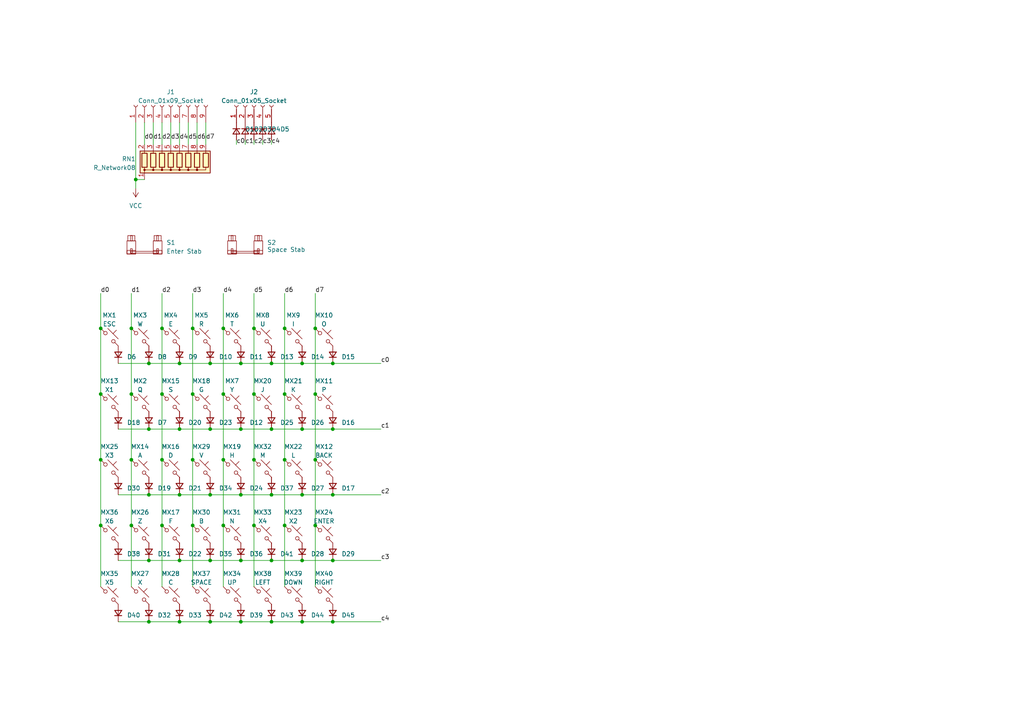
<source format=kicad_sch>
(kicad_sch (version 20230121) (generator eeschema)
  (paper "A4")
  (lib_symbols
    (symbol "Connector:Conn_01x05_Socket" (pin_names (offset 1.016) hide)
      (property "Reference" "J" (at 0 7.62 0))
      (property "Value" "Conn_01x05_Socket" (at 0 -7.62 0))
      (symbol "Conn_01x05_Socket_1_1"
        (arc (start 0 -4.572) (mid -0.5058 -5.08) (end 0 -5.588) (stroke (width 0.1524)))
        (arc (start 0 -2.032) (mid -0.5058 -2.54) (end 0 -3.048) (stroke (width 0.1524)))
        (polyline (pts (xy -1.27 -5.08) (xy -0.508 -5.08)) (stroke (width 0.1524)))
        (polyline (pts (xy -1.27 -2.54) (xy -0.508 -2.54)) (stroke (width 0.1524)))
        (polyline (pts (xy -1.27 0) (xy -0.508 0)) (stroke (width 0.1524)))
        (polyline (pts (xy -1.27 2.54) (xy -0.508 2.54)) (stroke (width 0.1524)))
        (polyline (pts (xy -1.27 5.08) (xy -0.508 5.08)) (stroke (width 0.1524)))
        (arc (start 0 0.508) (mid -0.5058 0) (end 0 -0.508) (stroke (width 0.1524)))
        (arc (start 0 3.048) (mid -0.5058 2.54) (end 0 2.032) (stroke (width 0.1524)))
        (arc (start 0 5.588) (mid -0.5058 5.08) (end 0 4.572) (stroke (width 0.1524)))
        (pin passive line (at -5.08 5.08 0) (length 3.81) (name "Pin_1") (number "1"))
        (pin passive line (at -5.08 2.54 0) (length 3.81) (name "Pin_2") (number "2"))
        (pin passive line (at -5.08 0 0) (length 3.81) (name "Pin_3") (number "3"))
        (pin passive line (at -5.08 -2.54 0) (length 3.81) (name "Pin_4") (number "4"))
        (pin passive line (at -5.08 -5.08 0) (length 3.81) (name "Pin_5") (number "5"))
      )
    )
    (symbol "Connector:Conn_01x09_Socket" (pin_names (offset 1.016) hide)
      (property "Reference" "J" (at 0 12.7 0))
      (property "Value" "Conn_01x09_Socket" (at 0 -12.7 0))
      (symbol "Conn_01x09_Socket_1_1"
        (arc (start 0 -9.652) (mid -0.5058 -10.16) (end 0 -10.668) (stroke (width 0.1524)))
        (arc (start 0 -7.112) (mid -0.5058 -7.62) (end 0 -8.128) (stroke (width 0.1524)))
        (arc (start 0 -4.572) (mid -0.5058 -5.08) (end 0 -5.588) (stroke (width 0.1524)))
        (arc (start 0 -2.032) (mid -0.5058 -2.54) (end 0 -3.048) (stroke (width 0.1524)))
        (polyline (pts (xy -1.27 -10.16) (xy -0.508 -10.16)) (stroke (width 0.1524)))
        (polyline (pts (xy -1.27 -7.62) (xy -0.508 -7.62)) (stroke (width 0.1524)))
        (polyline (pts (xy -1.27 -5.08) (xy -0.508 -5.08)) (stroke (width 0.1524)))
        (polyline (pts (xy -1.27 -2.54) (xy -0.508 -2.54)) (stroke (width 0.1524)))
        (polyline (pts (xy -1.27 0) (xy -0.508 0)) (stroke (width 0.1524)))
        (polyline (pts (xy -1.27 2.54) (xy -0.508 2.54)) (stroke (width 0.1524)))
        (polyline (pts (xy -1.27 5.08) (xy -0.508 5.08)) (stroke (width 0.1524)))
        (polyline (pts (xy -1.27 7.62) (xy -0.508 7.62)) (stroke (width 0.1524)))
        (polyline (pts (xy -1.27 10.16) (xy -0.508 10.16)) (stroke (width 0.1524)))
        (arc (start 0 0.508) (mid -0.5058 0) (end 0 -0.508) (stroke (width 0.1524)))
        (arc (start 0 3.048) (mid -0.5058 2.54) (end 0 2.032) (stroke (width 0.1524)))
        (arc (start 0 5.588) (mid -0.5058 5.08) (end 0 4.572) (stroke (width 0.1524)))
        (arc (start 0 8.128) (mid -0.5058 7.62) (end 0 7.112) (stroke (width 0.1524)))
        (arc (start 0 10.668) (mid -0.5058 10.16) (end 0 9.652) (stroke (width 0.1524)))
        (pin passive line (at -5.08 10.16 0) (length 3.81) (name "Pin_1") (number "1"))
        (pin passive line (at -5.08 7.62 0) (length 3.81) (name "Pin_2") (number "2"))
        (pin passive line (at -5.08 5.08 0) (length 3.81) (name "Pin_3") (number "3"))
        (pin passive line (at -5.08 2.54 0) (length 3.81) (name "Pin_4") (number "4"))
        (pin passive line (at -5.08 0 0) (length 3.81) (name "Pin_5") (number "5"))
        (pin passive line (at -5.08 -2.54 0) (length 3.81) (name "Pin_6") (number "6"))
        (pin passive line (at -5.08 -5.08 0) (length 3.81) (name "Pin_7") (number "7"))
        (pin passive line (at -5.08 -7.62 0) (length 3.81) (name "Pin_8") (number "8"))
        (pin passive line (at -5.08 -10.16 0) (length 3.81) (name "Pin_9") (number "9"))
      )
    )
    (symbol "Device:D_Small" (pin_numbers hide) (pin_names (offset 0.254) hide)
      (property "Reference" "D" (at -1.27 2.032 0))
      (property "Value" "D_Small" (at -3.81 -2.032 0))
      (symbol "D_Small_0_1"
        (polyline (pts (xy -0.762 -1.016) (xy -0.762 1.016)) (stroke (width 0.254)))
        (polyline (pts (xy -0.762 0) (xy 0.762 0)))
        (polyline (pts (xy 0.762 -1.016) (xy -0.762 0) (xy 0.762 1.016) (xy 0.762 -1.016)) (stroke (width 0.254)))
      )
      (symbol "D_Small_1_1"
        (pin passive line (at -2.54 0 0) (length 1.778) (name "K") (number "1"))
        (pin passive line (at 2.54 0 180) (length 1.778) (name "A") (number "2"))
      )
    )
    (symbol "Device:R_Network08" (pin_names (offset 0) hide)
      (property "Reference" "RN" (at -12.7 0 90))
      (property "Value" "R_Network08" (at 10.16 0 90))
      (symbol "R_Network08_0_1"
        (rectangle (start -11.43 -3.175) (end 8.89 3.175) (stroke (width 0.254)) (fill (type background)))
        (rectangle (start -10.922 1.524) (end -9.398 -2.54) (stroke (width 0.254)))
        (circle (center -10.16 2.286) (radius 0.254) (fill (type outline)))
        (rectangle (start -8.382 1.524) (end -6.858 -2.54) (stroke (width 0.254)))
        (circle (center -7.62 2.286) (radius 0.254) (fill (type outline)))
        (rectangle (start -5.842 1.524) (end -4.318 -2.54) (stroke (width 0.254)))
        (circle (center -5.08 2.286) (radius 0.254) (fill (type outline)))
        (rectangle (start -3.302 1.524) (end -1.778 -2.54) (stroke (width 0.254)))
        (circle (center -2.54 2.286) (radius 0.254) (fill (type outline)))
        (rectangle (start -0.762 1.524) (end 0.762 -2.54) (stroke (width 0.254)))
        (polyline (pts (xy -10.16 -2.54) (xy -10.16 -3.81)))
        (polyline (pts (xy -7.62 -2.54) (xy -7.62 -3.81)))
        (polyline (pts (xy -5.08 -2.54) (xy -5.08 -3.81)))
        (polyline (pts (xy -2.54 -2.54) (xy -2.54 -3.81)))
        (polyline (pts (xy 0 -2.54) (xy 0 -3.81)))
        (polyline (pts (xy 2.54 -2.54) (xy 2.54 -3.81)))
        (polyline (pts (xy 5.08 -2.54) (xy 5.08 -3.81)))
        (polyline (pts (xy 7.62 -2.54) (xy 7.62 -3.81)))
        (polyline (pts (xy -10.16 1.524) (xy -10.16 2.286) (xy -7.62 2.286) (xy -7.62 1.524)))
        (polyline (pts (xy -7.62 1.524) (xy -7.62 2.286) (xy -5.08 2.286) (xy -5.08 1.524)))
        (polyline (pts (xy -5.08 1.524) (xy -5.08 2.286) (xy -2.54 2.286) (xy -2.54 1.524)))
        (polyline (pts (xy -2.54 1.524) (xy -2.54 2.286) (xy 0 2.286) (xy 0 1.524)))
        (polyline (pts (xy 0 1.524) (xy 0 2.286) (xy 2.54 2.286) (xy 2.54 1.524)))
        (polyline (pts (xy 2.54 1.524) (xy 2.54 2.286) (xy 5.08 2.286) (xy 5.08 1.524)))
        (polyline (pts (xy 5.08 1.524) (xy 5.08 2.286) (xy 7.62 2.286) (xy 7.62 1.524)))
        (circle (center 0 2.286) (radius 0.254) (fill (type outline)))
        (rectangle (start 1.778 1.524) (end 3.302 -2.54) (stroke (width 0.254)))
        (circle (center 2.54 2.286) (radius 0.254) (fill (type outline)))
        (rectangle (start 4.318 1.524) (end 5.842 -2.54) (stroke (width 0.254)))
        (circle (center 5.08 2.286) (radius 0.254) (fill (type outline)))
        (rectangle (start 6.858 1.524) (end 8.382 -2.54) (stroke (width 0.254)))
      )
      (symbol "R_Network08_1_1"
        (pin passive line (at -10.16 5.08 270) (length 2.54) (name "common") (number "1"))
        (pin passive line (at -10.16 -5.08 90) (length 1.27) (name "R1") (number "2"))
        (pin passive line (at -7.62 -5.08 90) (length 1.27) (name "R2") (number "3"))
        (pin passive line (at -5.08 -5.08 90) (length 1.27) (name "R3") (number "4"))
        (pin passive line (at -2.54 -5.08 90) (length 1.27) (name "R4") (number "5"))
        (pin passive line (at 0 -5.08 90) (length 1.27) (name "R5") (number "6"))
        (pin passive line (at 2.54 -5.08 90) (length 1.27) (name "R6") (number "7"))
        (pin passive line (at 5.08 -5.08 90) (length 1.27) (name "R7") (number "8"))
        (pin passive line (at 7.62 -5.08 90) (length 1.27) (name "R8") (number "9"))
      )
    )
    (symbol "PCM_marbastlib-mx:MX_SW_solder" (pin_numbers hide) (pin_names (offset 1.016) hide)
      (property "Reference" "MX" (at 3.048 1.016 0))
      (property "Value" "MX_SW_solder" (at 0 -3.81 0))
      (symbol "MX_SW_solder_0_1"
        (circle (center -1.1684 1.1684) (radius 0.508))
        (polyline (pts (xy -0.508 2.54) (xy 2.54 -0.508)))
        (polyline (pts (xy 1.016 1.016) (xy 2.032 2.032)))
        (polyline (pts (xy -2.54 2.54) (xy -1.524 1.524) (xy -1.524 1.524)))
        (polyline (pts (xy 1.524 -1.524) (xy 2.54 -2.54) (xy 2.54 -2.54) (xy 2.54 -2.54)))
        (circle (center 1.143 -1.1938) (radius 0.508))
        (pin passive line (at -2.54 2.54 0) (length 0) (name "1") (number "1"))
        (pin passive line (at 2.54 -2.54 180) (length 0) (name "2") (number "2"))
      )
    )
    (symbol "PCM_marbastlib-mx:MX_stab" (pin_names (offset 1.016))
      (property "Reference" "S" (at -5.08 6.35 0))
      (property "Value" "MX_stab" (at -5.08 3.81 0))
      (symbol "MX_stab_0_1"
        (rectangle (start -5.08 -1.524) (end -2.54 -2.54))
        (rectangle (start -5.08 1.27) (end -2.54 -2.54))
        (rectangle (start -4.826 2.794) (end -2.794 1.27))
        (rectangle (start -4.064 -2.286) (end -3.556 -1.016))
        (rectangle (start -4.064 -1.778) (end 4.064 -2.286))
        (rectangle (start -4.064 1.27) (end -3.556 2.794))
        (rectangle (start 2.54 -1.524) (end 5.08 -2.54))
        (rectangle (start 2.54 1.27) (end 5.08 -2.54))
        (rectangle (start 2.794 2.794) (end 4.826 1.27))
        (rectangle (start 3.556 1.27) (end 4.064 2.794))
        (rectangle (start 4.064 -2.286) (end 3.556 -1.016))
      )
    )
    (symbol "power:VCC" (power) (pin_names (offset 0))
      (property "Value" "VCC" (at 0 3.81 0))
      (symbol "VCC_0_1"
        (polyline (pts (xy -0.762 1.27) (xy 0 2.54)))
        (polyline (pts (xy 0 0) (xy 0 2.54)))
        (polyline (pts (xy 0 2.54) (xy 0.762 1.27)))
      )
      (symbol "VCC_1_1"
        (pin power_in line (at 0 0 90) (length 0) hide (name "VCC") (number "1"))
      )
    )
  )
  (junction (at 43.18 180.34))
  (junction (at 96.52 143.51))
  (junction (at 29.21 152.4))
  (junction (at 78.74 162.56))
  (junction (at 43.18 105.41))
  (junction (at 91.44 152.4))
  (junction (at 69.85 143.51))
  (junction (at 55.88 95.25))
  (junction (at 73.66 114.3))
  (junction (at 64.77 114.3))
  (junction (at 60.96 105.41))
  (junction (at 60.96 143.51))
  (junction (at 38.1 133.35))
  (junction (at 82.55 95.25))
  (junction (at 82.55 152.4))
  (junction (at 87.63 143.51))
  (junction (at 73.66 152.4))
  (junction (at 43.18 162.56))
  (junction (at 52.07 124.46))
  (junction (at 60.96 180.34))
  (junction (at 55.88 152.4))
  (junction (at 29.21 133.35))
  (junction (at 87.63 162.56))
  (junction (at 52.07 180.34))
  (junction (at 78.74 124.46))
  (junction (at 69.85 180.34))
  (junction (at 82.55 133.35))
  (junction (at 60.96 124.46))
  (junction (at 96.52 124.46))
  (junction (at 73.66 95.25))
  (junction (at 43.18 124.46))
  (junction (at 46.99 133.35))
  (junction (at 38.1 95.25))
  (junction (at 78.74 143.51))
  (junction (at 69.85 124.46))
  (junction (at 64.77 152.4))
  (junction (at 91.44 114.3))
  (junction (at 87.63 124.46))
  (junction (at 87.63 180.34))
  (junction (at 96.52 180.34))
  (junction (at 52.07 143.51))
  (junction (at 69.85 162.56))
  (junction (at 69.85 105.41))
  (junction (at 46.99 95.25))
  (junction (at 82.55 114.3))
  (junction (at 91.44 133.35))
  (junction (at 78.74 180.34))
  (junction (at 43.18 143.51))
  (junction (at 78.74 105.41))
  (junction (at 60.96 162.56))
  (junction (at 38.1 114.3))
  (junction (at 91.44 95.25))
  (junction (at 55.88 114.3))
  (junction (at 96.52 162.56))
  (junction (at 64.77 133.35))
  (junction (at 64.77 95.25))
  (junction (at 38.1 152.4))
  (junction (at 29.21 95.25))
  (junction (at 46.99 114.3))
  (junction (at 73.66 133.35))
  (junction (at 55.88 133.35))
  (junction (at 52.07 105.41))
  (junction (at 29.21 114.3))
  (junction (at 87.63 105.41))
  (junction (at 96.52 105.41))
  (junction (at 52.07 162.56))
  (junction (at 39.37 52.07))
  (junction (at 46.99 152.4))
  (wire (pts (xy 91.44 85.09) (xy 91.44 95.25)))
  (wire (pts (xy 38.1 152.4) (xy 38.1 170.18)))
  (wire (pts (xy 91.44 133.35) (xy 91.44 152.4)))
  (wire (pts (xy 60.96 180.34) (xy 69.85 180.34)))
  (wire (pts (xy 43.18 143.51) (xy 52.07 143.51)))
  (wire (pts (xy 39.37 52.07) (xy 41.91 52.07)))
  (wire (pts (xy 43.18 180.34) (xy 52.07 180.34)))
  (wire (pts (xy 52.07 124.46) (xy 60.96 124.46)))
  (wire (pts (xy 69.85 162.56) (xy 78.74 162.56)))
  (wire (pts (xy 55.88 133.35) (xy 55.88 152.4)))
  (wire (pts (xy 73.66 114.3) (xy 73.66 133.35)))
  (wire (pts (xy 76.2 41.91) (xy 76.2 40.64)))
  (wire (pts (xy 34.29 143.51) (xy 43.18 143.51)))
  (wire (pts (xy 29.21 95.25) (xy 29.21 114.3)))
  (wire (pts (xy 78.74 143.51) (xy 87.63 143.51)))
  (wire (pts (xy 43.18 105.41) (xy 52.07 105.41)))
  (wire (pts (xy 96.52 105.41) (xy 110.49 105.41)))
  (wire (pts (xy 52.07 35.56) (xy 52.07 41.91)))
  (wire (pts (xy 91.44 95.25) (xy 91.44 114.3)))
  (wire (pts (xy 73.66 133.35) (xy 73.66 152.4)))
  (wire (pts (xy 82.55 85.09) (xy 82.55 95.25)))
  (wire (pts (xy 96.52 143.51) (xy 110.49 143.51)))
  (wire (pts (xy 38.1 133.35) (xy 38.1 152.4)))
  (wire (pts (xy 82.55 114.3) (xy 82.55 133.35)))
  (wire (pts (xy 64.77 85.09) (xy 64.77 95.25)))
  (wire (pts (xy 91.44 152.4) (xy 91.44 170.18)))
  (wire (pts (xy 55.88 152.4) (xy 55.88 170.18)))
  (wire (pts (xy 46.99 152.4) (xy 46.99 170.18)))
  (wire (pts (xy 55.88 114.3) (xy 55.88 133.35)))
  (wire (pts (xy 87.63 162.56) (xy 96.52 162.56)))
  (wire (pts (xy 73.66 41.91) (xy 73.66 40.64)))
  (wire (pts (xy 38.1 95.25) (xy 38.1 114.3)))
  (wire (pts (xy 38.1 114.3) (xy 38.1 133.35)))
  (wire (pts (xy 64.77 152.4) (xy 64.77 170.18)))
  (wire (pts (xy 46.99 85.09) (xy 46.99 95.25)))
  (wire (pts (xy 73.66 95.25) (xy 73.66 114.3)))
  (wire (pts (xy 34.29 124.46) (xy 43.18 124.46)))
  (wire (pts (xy 78.74 124.46) (xy 87.63 124.46)))
  (wire (pts (xy 69.85 143.51) (xy 78.74 143.51)))
  (wire (pts (xy 52.07 180.34) (xy 60.96 180.34)))
  (wire (pts (xy 54.61 35.56) (xy 54.61 41.91)))
  (wire (pts (xy 46.99 95.25) (xy 46.99 114.3)))
  (wire (pts (xy 91.44 114.3) (xy 91.44 133.35)))
  (wire (pts (xy 87.63 124.46) (xy 96.52 124.46)))
  (wire (pts (xy 64.77 133.35) (xy 64.77 152.4)))
  (wire (pts (xy 78.74 41.91) (xy 78.74 40.64)))
  (wire (pts (xy 52.07 105.41) (xy 60.96 105.41)))
  (wire (pts (xy 73.66 85.09) (xy 73.66 95.25)))
  (wire (pts (xy 29.21 133.35) (xy 29.21 152.4)))
  (wire (pts (xy 96.52 124.46) (xy 110.49 124.46)))
  (wire (pts (xy 34.29 162.56) (xy 43.18 162.56)))
  (wire (pts (xy 57.15 35.56) (xy 57.15 41.91)))
  (wire (pts (xy 60.96 105.41) (xy 69.85 105.41)))
  (wire (pts (xy 78.74 180.34) (xy 87.63 180.34)))
  (wire (pts (xy 46.99 133.35) (xy 46.99 152.4)))
  (wire (pts (xy 55.88 95.25) (xy 55.88 114.3)))
  (wire (pts (xy 39.37 35.56) (xy 39.37 52.07)))
  (wire (pts (xy 96.52 180.34) (xy 110.49 180.34)))
  (wire (pts (xy 87.63 180.34) (xy 96.52 180.34)))
  (wire (pts (xy 71.12 41.91) (xy 71.12 40.64)))
  (wire (pts (xy 87.63 143.51) (xy 96.52 143.51)))
  (wire (pts (xy 78.74 162.56) (xy 87.63 162.56)))
  (wire (pts (xy 59.69 35.56) (xy 59.69 41.91)))
  (wire (pts (xy 60.96 143.51) (xy 69.85 143.51)))
  (wire (pts (xy 52.07 143.51) (xy 60.96 143.51)))
  (wire (pts (xy 39.37 52.07) (xy 39.37 54.61)))
  (wire (pts (xy 87.63 105.41) (xy 96.52 105.41)))
  (wire (pts (xy 46.99 35.56) (xy 46.99 41.91)))
  (wire (pts (xy 68.58 41.91) (xy 68.58 40.64)))
  (wire (pts (xy 43.18 124.46) (xy 52.07 124.46)))
  (wire (pts (xy 69.85 124.46) (xy 78.74 124.46)))
  (wire (pts (xy 34.29 105.41) (xy 43.18 105.41)))
  (wire (pts (xy 38.1 85.09) (xy 38.1 95.25)))
  (wire (pts (xy 64.77 114.3) (xy 64.77 133.35)))
  (wire (pts (xy 69.85 180.34) (xy 78.74 180.34)))
  (wire (pts (xy 60.96 162.56) (xy 69.85 162.56)))
  (wire (pts (xy 96.52 162.56) (xy 110.49 162.56)))
  (wire (pts (xy 52.07 162.56) (xy 60.96 162.56)))
  (wire (pts (xy 55.88 85.09) (xy 55.88 95.25)))
  (wire (pts (xy 78.74 105.41) (xy 87.63 105.41)))
  (wire (pts (xy 69.85 105.41) (xy 78.74 105.41)))
  (wire (pts (xy 41.91 35.56) (xy 41.91 41.91)))
  (wire (pts (xy 29.21 85.09) (xy 29.21 95.25)))
  (wire (pts (xy 29.21 152.4) (xy 29.21 170.18)))
  (wire (pts (xy 34.29 180.34) (xy 43.18 180.34)))
  (wire (pts (xy 29.21 114.3) (xy 29.21 133.35)))
  (wire (pts (xy 73.66 152.4) (xy 73.66 170.18)))
  (wire (pts (xy 60.96 124.46) (xy 69.85 124.46)))
  (wire (pts (xy 44.45 35.56) (xy 44.45 41.91)))
  (wire (pts (xy 82.55 95.25) (xy 82.55 114.3)))
  (wire (pts (xy 46.99 114.3) (xy 46.99 133.35)))
  (wire (pts (xy 43.18 162.56) (xy 52.07 162.56)))
  (wire (pts (xy 64.77 95.25) (xy 64.77 114.3)))
  (wire (pts (xy 82.55 133.35) (xy 82.55 152.4)))
  (wire (pts (xy 49.53 35.56) (xy 49.53 41.91)))
  (wire (pts (xy 82.55 152.4) (xy 82.55 170.18)))
  (label "d6" (at 82.55 85.09 0))
  (label "c3" (at 76.2 41.91 0))
  (label "c4" (at 110.49 180.34 0))
  (label "d0" (at 29.21 85.09 0))
  (label "d2" (at 46.99 85.09 0))
  (label "d4" (at 64.77 85.09 0))
  (label "c0" (at 68.58 41.91 0))
  (label "d4" (at 52.07 40.64 0))
  (label "d2" (at 46.99 40.64 0))
  (label "d5" (at 54.61 40.64 0))
  (label "d7" (at 59.69 40.64 0))
  (label "c1" (at 71.12 41.91 0))
  (label "d3" (at 49.53 40.64 0))
  (label "c2" (at 110.49 143.51 0))
  (label "c2" (at 73.66 41.91 0))
  (label "d7" (at 91.44 85.09 0))
  (label "d6" (at 57.15 40.64 0))
  (label "d1" (at 44.45 40.64 0))
  (label "c4" (at 78.74 41.91 0))
  (label "c1" (at 110.49 124.46 0))
  (label "c3" (at 110.49 162.56 0))
  (label "d3" (at 55.88 85.09 0))
  (label "d1" (at 38.1 85.09 0))
  (label "d5" (at 73.66 85.09 0))
  (label "d0" (at 41.91 40.64 0))
  (label "c0" (at 110.49 105.41 0))
  (symbol (lib_id "PCM_marbastlib-mx:MX_SW_solder") (at 49.53 135.89 0) (unit 1)
    (property "Reference" "MX16" (at 49.53 129.54 0))
    (property "Value" "D" (at 49.53 132.08 0))
    (property "Footprint" "PCM_marbastlib-mx:SW_MX_1u" (effects hide))
  )
  (symbol (lib_id "PCM_marbastlib-mx:MX_SW_solder") (at 49.53 116.84 0) (unit 1)
    (property "Reference" "MX15" (at 49.53 110.49 0))
    (property "Value" "S" (at 49.53 113.03 0))
    (property "Footprint" "PCM_marbastlib-mx:SW_MX_1u" (effects hide))
  )
  (symbol (lib_id "PCM_marbastlib-mx:MX_SW_solder") (at 76.2 135.89 0) (unit 1)
    (property "Reference" "MX32" (at 76.2 129.54 0))
    (property "Value" "M" (at 76.2 132.08 0))
    (property "Footprint" "PCM_marbastlib-mx:SW_MX_1u" (effects hide))
  )
  (symbol (lib_id "Device:D_Small") (at 69.85 102.87 90) (unit 1)
    (property "Reference" "D11" (at 72.39 103.505 90) (effects (justify right)))
    (property "Value" "D_Small" (effects hide))
    (property "Footprint" "Diode_THT:D_DO-34_SOD68_P7.62mm_Horizontal" (effects hide))
    (property "Sim.Device" "D" (effects hide))
    (property "Sim.Pins" "1=K 2=A" (effects hide))
  )
  (symbol (lib_id "Device:D_Small") (at 52.07 121.92 90) (unit 1)
    (property "Reference" "D20" (at 54.61 122.555 90) (effects (justify right)))
    (property "Value" "D_Small" (effects hide))
    (property "Footprint" "Diode_THT:D_DO-34_SOD68_P7.62mm_Horizontal" (effects hide))
    (property "Sim.Device" "D" (effects hide))
    (property "Sim.Pins" "1=K 2=A" (effects hide))
  )
  (symbol (lib_id "Device:D_Small") (at 71.12 38.1 270) (unit 1)
    (property "Reference" "D2" (at 73.66 37.465 90) (effects (justify left)))
    (property "Value" "D_Small" (effects hide))
    (property "Footprint" "Diode_THT:D_DO-34_SOD68_P7.62mm_Horizontal" (effects hide))
    (property "Sim.Device" "D" (effects hide))
    (property "Sim.Pins" "1=K 2=A" (effects hide))
  )
  (symbol (lib_id "Device:D_Small") (at 87.63 121.92 90) (unit 1)
    (property "Reference" "D26" (at 90.17 122.555 90) (effects (justify right)))
    (property "Value" "D_Small" (effects hide))
    (property "Footprint" "Diode_THT:D_DO-34_SOD68_P7.62mm_Horizontal" (effects hide))
    (property "Sim.Device" "D" (effects hide))
    (property "Sim.Pins" "1=K 2=A" (effects hide))
  )
  (symbol (lib_id "PCM_marbastlib-mx:MX_SW_solder") (at 40.64 172.72 0) (unit 1)
    (property "Reference" "MX27" (at 40.64 166.37 0))
    (property "Value" "X" (at 40.64 168.91 0))
    (property "Footprint" "PCM_marbastlib-mx:SW_MX_1u" (effects hide))
  )
  (symbol (lib_id "PCM_marbastlib-mx:MX_SW_solder") (at 58.42 154.94 0) (unit 1)
    (property "Reference" "MX30" (at 58.42 148.59 0))
    (property "Value" "B" (at 58.42 151.13 0))
    (property "Footprint" "PCM_marbastlib-mx:SW_MX_1u" (effects hide))
  )
  (symbol (lib_id "Device:D_Small") (at 73.66 38.1 270) (unit 1)
    (property "Reference" "D3" (at 76.2 37.465 90) (effects (justify left)))
    (property "Value" "D_Small" (effects hide))
    (property "Footprint" "Diode_THT:D_DO-34_SOD68_P7.62mm_Horizontal" (effects hide))
    (property "Sim.Device" "D" (effects hide))
    (property "Sim.Pins" "1=K 2=A" (effects hide))
  )
  (symbol (lib_id "Device:D_Small") (at 60.96 140.97 90) (unit 1)
    (property "Reference" "D34" (at 63.5 141.605 90) (effects (justify right)))
    (property "Value" "D_Small" (effects hide))
    (property "Footprint" "Diode_THT:D_DO-34_SOD68_P7.62mm_Horizontal" (effects hide))
    (property "Sim.Device" "D" (effects hide))
    (property "Sim.Pins" "1=K 2=A" (effects hide))
  )
  (symbol (lib_id "Device:D_Small") (at 43.18 177.8 90) (unit 1)
    (property "Reference" "D32" (at 45.72 178.435 90) (effects (justify right)))
    (property "Value" "D_Small" (effects hide))
    (property "Footprint" "Diode_THT:D_DO-34_SOD68_P7.62mm_Horizontal" (effects hide))
    (property "Sim.Device" "D" (effects hide))
    (property "Sim.Pins" "1=K 2=A" (effects hide))
  )
  (symbol (lib_id "Device:D_Small") (at 69.85 121.92 90) (unit 1)
    (property "Reference" "D12" (at 72.39 122.555 90) (effects (justify right)))
    (property "Value" "D_Small" (effects hide))
    (property "Footprint" "Diode_THT:D_DO-34_SOD68_P7.62mm_Horizontal" (effects hide))
    (property "Sim.Device" "D" (effects hide))
    (property "Sim.Pins" "1=K 2=A" (effects hide))
  )
  (symbol (lib_id "PCM_marbastlib-mx:MX_SW_solder") (at 76.2 97.79 0) (unit 1)
    (property "Reference" "MX8" (at 76.2 91.44 0))
    (property "Value" "U" (at 76.2 93.98 0))
    (property "Footprint" "PCM_marbastlib-mx:SW_MX_1u" (effects hide))
  )
  (symbol (lib_id "Device:D_Small") (at 52.07 160.02 90) (unit 1)
    (property "Reference" "D22" (at 54.61 160.655 90) (effects (justify right)))
    (property "Value" "D_Small" (effects hide))
    (property "Footprint" "Diode_THT:D_DO-34_SOD68_P7.62mm_Horizontal" (effects hide))
    (property "Sim.Device" "D" (effects hide))
    (property "Sim.Pins" "1=K 2=A" (effects hide))
  )
  (symbol (lib_id "Device:D_Small") (at 87.63 160.02 90) (unit 1)
    (property "Reference" "D28" (at 90.17 160.655 90) (effects (justify right)))
    (property "Value" "D_Small" (effects hide))
    (property "Footprint" "Diode_THT:D_DO-34_SOD68_P7.62mm_Horizontal" (effects hide))
    (property "Sim.Device" "D" (effects hide))
    (property "Sim.Pins" "1=K 2=A" (effects hide))
  )
  (symbol (lib_id "Device:D_Small") (at 60.96 102.87 90) (unit 1)
    (property "Reference" "D10" (at 63.5 103.505 90) (effects (justify right)))
    (property "Value" "D_Small" (effects hide))
    (property "Footprint" "Diode_THT:D_DO-34_SOD68_P7.62mm_Horizontal" (effects hide))
    (property "Sim.Device" "D" (effects hide))
    (property "Sim.Pins" "1=K 2=A" (effects hide))
  )
  (symbol (lib_id "Device:D_Small") (at 43.18 140.97 90) (unit 1)
    (property "Reference" "D19" (at 45.72 141.605 90) (effects (justify right)))
    (property "Value" "D_Small" (effects hide))
    (property "Footprint" "Diode_THT:D_DO-34_SOD68_P7.62mm_Horizontal" (effects hide))
    (property "Sim.Device" "D" (effects hide))
    (property "Sim.Pins" "1=K 2=A" (effects hide))
  )
  (symbol (lib_id "PCM_marbastlib-mx:MX_SW_solder") (at 76.2 172.72 0) (unit 1)
    (property "Reference" "MX38" (at 76.2 166.37 0))
    (property "Value" "LEFT" (at 76.2 168.91 0))
    (property "Footprint" "PCM_marbastlib-mx:SW_MX_1u" (effects hide))
  )
  (symbol (lib_id "PCM_marbastlib-mx:MX_stab") (at 41.91 71.12 0) (unit 1)
    (property "Reference" "S1" (at 48.26 70.358 0) (effects (justify left)))
    (property "Value" "Enter Stab" (at 48.26 72.898 0) (effects (justify left)))
    (property "Footprint" "PCM_marbastlib-mx:STAB_MX_2u" (effects hide))
  )
  (symbol (lib_id "PCM_marbastlib-mx:MX_SW_solder") (at 67.31 97.79 0) (unit 1)
    (property "Reference" "MX6" (at 67.31 91.44 0))
    (property "Value" "T" (at 67.31 93.98 0))
    (property "Footprint" "PCM_marbastlib-mx:SW_MX_1u" (effects hide))
  )
  (symbol (lib_id "PCM_marbastlib-mx:MX_SW_solder") (at 31.75 154.94 0) (unit 1)
    (property "Reference" "MX36" (at 31.75 148.59 0))
    (property "Value" "X6" (at 31.75 151.13 0))
    (property "Footprint" "PCM_marbastlib-mx:SW_MX_1.75u" (effects hide))
  )
  (symbol (lib_id "Device:D_Small") (at 69.85 140.97 90) (unit 1)
    (property "Reference" "D24" (at 72.39 141.605 90) (effects (justify right)))
    (property "Value" "D_Small" (effects hide))
    (property "Footprint" "Diode_THT:D_DO-34_SOD68_P7.62mm_Horizontal" (effects hide))
    (property "Sim.Device" "D" (effects hide))
    (property "Sim.Pins" "1=K 2=A" (effects hide))
  )
  (symbol (lib_id "PCM_marbastlib-mx:MX_SW_solder") (at 93.98 154.94 0) (unit 1)
    (property "Reference" "MX24" (at 93.98 148.59 0))
    (property "Value" "ENTER" (at 93.98 151.13 0))
    (property "Footprint" "PCM_marbastlib-mx:SW_MX_1u" (effects hide))
  )
  (symbol (lib_id "PCM_marbastlib-mx:MX_SW_solder") (at 31.75 172.72 0) (unit 1)
    (property "Reference" "MX35" (at 31.75 166.37 0))
    (property "Value" "X5" (at 31.75 168.91 0))
    (property "Footprint" "PCM_marbastlib-mx:SW_MX_1.25u" (effects hide))
  )
  (symbol (lib_id "Device:D_Small") (at 34.29 177.8 90) (unit 1)
    (property "Reference" "D40" (at 36.83 178.435 90) (effects (justify right)))
    (property "Value" "D_Small" (effects hide))
    (property "Footprint" "Diode_THT:D_DO-34_SOD68_P7.62mm_Horizontal" (effects hide))
    (property "Sim.Device" "D" (effects hide))
    (property "Sim.Pins" "1=K 2=A" (effects hide))
  )
  (symbol (lib_id "Device:D_Small") (at 78.74 121.92 90) (unit 1)
    (property "Reference" "D25" (at 81.28 122.555 90) (effects (justify right)))
    (property "Value" "D_Small" (effects hide))
    (property "Footprint" "Diode_THT:D_DO-34_SOD68_P7.62mm_Horizontal" (effects hide))
    (property "Sim.Device" "D" (effects hide))
    (property "Sim.Pins" "1=K 2=A" (effects hide))
  )
  (symbol (lib_id "Device:D_Small") (at 60.96 121.92 90) (unit 1)
    (property "Reference" "D23" (at 63.5 122.555 90) (effects (justify right)))
    (property "Value" "D_Small" (effects hide))
    (property "Footprint" "Diode_THT:D_DO-34_SOD68_P7.62mm_Horizontal" (effects hide))
    (property "Sim.Device" "D" (effects hide))
    (property "Sim.Pins" "1=K 2=A" (effects hide))
  )
  (symbol (lib_id "PCM_marbastlib-mx:MX_SW_solder") (at 58.42 97.79 0) (unit 1)
    (property "Reference" "MX5" (at 58.42 91.44 0))
    (property "Value" "R" (at 58.42 93.98 0))
    (property "Footprint" "PCM_marbastlib-mx:SW_MX_1u" (effects hide))
  )
  (symbol (lib_id "Device:D_Small") (at 69.85 160.02 90) (unit 1)
    (property "Reference" "D36" (at 72.39 160.655 90) (effects (justify right)))
    (property "Value" "D_Small" (effects hide))
    (property "Footprint" "Diode_THT:D_DO-34_SOD68_P7.62mm_Horizontal" (effects hide))
    (property "Sim.Device" "D" (effects hide))
    (property "Sim.Pins" "1=K 2=A" (effects hide))
  )
  (symbol (lib_id "Device:D_Small") (at 60.96 177.8 90) (unit 1)
    (property "Reference" "D42" (at 63.5 178.435 90) (effects (justify right)))
    (property "Value" "D_Small" (effects hide))
    (property "Footprint" "Diode_THT:D_DO-34_SOD68_P7.62mm_Horizontal" (effects hide))
    (property "Sim.Device" "D" (effects hide))
    (property "Sim.Pins" "1=K 2=A" (effects hide))
  )
  (symbol (lib_id "PCM_marbastlib-mx:MX_SW_solder") (at 93.98 135.89 0) (unit 1)
    (property "Reference" "MX12" (at 93.98 129.54 0))
    (property "Value" "BACK" (at 93.98 132.08 0))
    (property "Footprint" "PCM_marbastlib-mx:SW_MX_1.25u" (effects hide))
  )
  (symbol (lib_id "Device:D_Small") (at 43.18 102.87 90) (unit 1)
    (property "Reference" "D8" (at 45.72 103.505 90) (effects (justify right)))
    (property "Value" "D_Small" (effects hide))
    (property "Footprint" "Diode_THT:D_DO-34_SOD68_P7.62mm_Horizontal" (effects hide))
    (property "Sim.Device" "D" (effects hide))
    (property "Sim.Pins" "1=K 2=A" (effects hide))
  )
  (symbol (lib_id "Device:D_Small") (at 52.07 102.87 90) (unit 1)
    (property "Reference" "D9" (at 54.61 103.505 90) (effects (justify right)))
    (property "Value" "D_Small" (effects hide))
    (property "Footprint" "Diode_THT:D_DO-34_SOD68_P7.62mm_Horizontal" (effects hide))
    (property "Sim.Device" "D" (effects hide))
    (property "Sim.Pins" "1=K 2=A" (effects hide))
  )
  (symbol (lib_id "Device:D_Small") (at 78.74 102.87 90) (unit 1)
    (property "Reference" "D13" (at 81.28 103.505 90) (effects (justify right)))
    (property "Value" "D_Small" (effects hide))
    (property "Footprint" "Diode_THT:D_DO-34_SOD68_P7.62mm_Horizontal" (effects hide))
    (property "Sim.Device" "D" (effects hide))
    (property "Sim.Pins" "1=K 2=A" (effects hide))
  )
  (symbol (lib_id "PCM_marbastlib-mx:MX_stab") (at 71.12 71.12 0) (unit 1)
    (property "Reference" "S2" (at 77.47 70.358 0) (effects (justify left)))
    (property "Value" "Space Stab" (at 77.47 72.39 0) (effects (justify left)))
    (property "Footprint" "PCM_marbastlib-mx:STAB_MX_6.25u" (effects hide))
  )
  (symbol (lib_id "PCM_marbastlib-mx:MX_SW_solder") (at 31.75 116.84 0) (unit 1)
    (property "Reference" "MX13" (at 31.75 110.49 0))
    (property "Value" "X1" (at 31.75 113.03 0))
    (property "Footprint" "PCM_marbastlib-mx:SW_MX_1.25u" (effects hide))
  )
  (symbol (lib_id "Connector:Conn_01x09_Socket") (at 49.53 30.48 90) (unit 1)
    (property "Reference" "J1" (at 49.53 26.67 90))
    (property "Value" "Conn_01x09_Socket" (at 49.53 29.21 90))
    (property "Footprint" "Connector_PinHeader_2.54mm:PinHeader_1x09_P2.54mm_Vertical" (effects hide))
  )
  (symbol (lib_id "Device:D_Small") (at 78.74 38.1 270) (unit 1)
    (property "Reference" "D5" (at 81.28 37.465 90) (effects (justify left)))
    (property "Value" "D_Small" (effects hide))
    (property "Footprint" "Diode_THT:D_DO-34_SOD68_P7.62mm_Horizontal" (effects hide))
    (property "Sim.Device" "D" (effects hide))
    (property "Sim.Pins" "1=K 2=A" (effects hide))
  )
  (symbol (lib_id "PCM_marbastlib-mx:MX_SW_solder") (at 58.42 116.84 0) (unit 1)
    (property "Reference" "MX18" (at 58.42 110.49 0))
    (property "Value" "G" (at 58.42 113.03 0))
    (property "Footprint" "PCM_marbastlib-mx:SW_MX_1u" (effects hide))
  )
  (symbol (lib_id "PCM_marbastlib-mx:MX_SW_solder") (at 31.75 135.89 0) (unit 1)
    (property "Reference" "MX25" (at 31.75 129.54 0))
    (property "Value" "X3" (at 31.75 132.08 0))
    (property "Footprint" "PCM_marbastlib-mx:SW_MX_1.75u" (effects hide))
  )
  (symbol (lib_id "PCM_marbastlib-mx:MX_SW_solder") (at 49.53 154.94 0) (unit 1)
    (property "Reference" "MX17" (at 49.53 148.59 0))
    (property "Value" "F" (at 49.53 151.13 0))
    (property "Footprint" "PCM_marbastlib-mx:SW_MX_1u" (effects hide))
  )
  (symbol (lib_id "PCM_marbastlib-mx:MX_SW_solder") (at 85.09 154.94 0) (unit 1)
    (property "Reference" "MX23" (at 85.09 148.59 0))
    (property "Value" "X2" (at 85.09 151.13 0))
    (property "Footprint" "PCM_marbastlib-mx:SW_MX_1u" (effects hide))
  )
  (symbol (lib_id "Device:D_Small") (at 96.52 102.87 90) (unit 1)
    (property "Reference" "D15" (at 99.06 103.505 90) (effects (justify right)))
    (property "Value" "D_Small" (effects hide))
    (property "Footprint" "Diode_THT:D_DO-34_SOD68_P7.62mm_Horizontal" (effects hide))
    (property "Sim.Device" "D" (effects hide))
    (property "Sim.Pins" "1=K 2=A" (effects hide))
  )
  (symbol (lib_id "PCM_marbastlib-mx:MX_SW_solder") (at 31.75 97.79 0) (unit 1)
    (property "Reference" "MX1" (at 31.75 91.44 0))
    (property "Value" "ESC" (at 31.75 93.98 0))
    (property "Footprint" "PCM_marbastlib-mx:SW_MX_1u" (effects hide))
  )
  (symbol (lib_id "Device:D_Small") (at 87.63 102.87 90) (unit 1)
    (property "Reference" "D14" (at 90.17 103.505 90) (effects (justify right)))
    (property "Value" "D_Small" (effects hide))
    (property "Footprint" "Diode_THT:D_DO-34_SOD68_P7.62mm_Horizontal" (effects hide))
    (property "Sim.Device" "D" (effects hide))
    (property "Sim.Pins" "1=K 2=A" (effects hide))
  )
  (symbol (lib_id "Device:D_Small") (at 34.29 160.02 90) (unit 1)
    (property "Reference" "D38" (at 36.83 160.655 90) (effects (justify right)))
    (property "Value" "D_Small" (effects hide))
    (property "Footprint" "Diode_THT:D_DO-34_SOD68_P7.62mm_Horizontal" (effects hide))
    (property "Sim.Device" "D" (effects hide))
    (property "Sim.Pins" "1=K 2=A" (effects hide))
  )
  (symbol (lib_id "Device:D_Small") (at 96.52 177.8 90) (unit 1)
    (property "Reference" "D45" (at 99.06 178.435 90) (effects (justify right)))
    (property "Value" "D_Small" (effects hide))
    (property "Footprint" "Diode_THT:D_DO-34_SOD68_P7.62mm_Horizontal" (effects hide))
    (property "Sim.Device" "D" (effects hide))
    (property "Sim.Pins" "1=K 2=A" (effects hide))
  )
  (symbol (lib_id "PCM_marbastlib-mx:MX_SW_solder") (at 85.09 172.72 0) (unit 1)
    (property "Reference" "MX39" (at 85.09 166.37 0))
    (property "Value" "DOWN" (at 85.09 168.91 0))
    (property "Footprint" "PCM_marbastlib-mx:SW_MX_1u" (effects hide))
  )
  (symbol (lib_id "Device:D_Small") (at 87.63 140.97 90) (unit 1)
    (property "Reference" "D27" (at 90.17 141.605 90) (effects (justify right)))
    (property "Value" "D_Small" (effects hide))
    (property "Footprint" "Diode_THT:D_DO-34_SOD68_P7.62mm_Horizontal" (effects hide))
    (property "Sim.Device" "D" (effects hide))
    (property "Sim.Pins" "1=K 2=A" (effects hide))
  )
  (symbol (lib_id "Device:D_Small") (at 96.52 121.92 90) (unit 1)
    (property "Reference" "D16" (at 99.06 122.555 90) (effects (justify right)))
    (property "Value" "D_Small" (effects hide))
    (property "Footprint" "Diode_THT:D_DO-34_SOD68_P7.62mm_Horizontal" (effects hide))
    (property "Sim.Device" "D" (effects hide))
    (property "Sim.Pins" "1=K 2=A" (effects hide))
  )
  (symbol (lib_id "PCM_marbastlib-mx:MX_SW_solder") (at 67.31 135.89 0) (unit 1)
    (property "Reference" "MX19" (at 67.31 129.54 0))
    (property "Value" "H" (at 67.31 132.08 0))
    (property "Footprint" "PCM_marbastlib-mx:SW_MX_1u" (effects hide))
  )
  (symbol (lib_id "PCM_marbastlib-mx:MX_SW_solder") (at 67.31 116.84 0) (unit 1)
    (property "Reference" "MX7" (at 67.31 110.49 0))
    (property "Value" "Y" (at 67.31 113.03 0))
    (property "Footprint" "PCM_marbastlib-mx:SW_MX_1u" (effects hide))
  )
  (symbol (lib_id "Device:D_Small") (at 69.85 177.8 90) (unit 1)
    (property "Reference" "D39" (at 72.39 178.435 90) (effects (justify right)))
    (property "Value" "D_Small" (effects hide))
    (property "Footprint" "Diode_THT:D_DO-34_SOD68_P7.62mm_Horizontal" (effects hide))
    (property "Sim.Device" "D" (effects hide))
    (property "Sim.Pins" "1=K 2=A" (effects hide))
  )
  (symbol (lib_id "PCM_marbastlib-mx:MX_SW_solder") (at 67.31 172.72 0) (unit 1)
    (property "Reference" "MX34" (at 67.31 166.37 0))
    (property "Value" "UP" (at 67.31 168.91 0))
    (property "Footprint" "PCM_marbastlib-mx:SW_MX_1u" (effects hide))
  )
  (symbol (lib_id "PCM_marbastlib-mx:MX_SW_solder") (at 40.64 116.84 0) (unit 1)
    (property "Reference" "MX2" (at 40.64 110.49 0))
    (property "Value" "Q" (at 40.64 113.03 0))
    (property "Footprint" "PCM_marbastlib-mx:SW_MX_1u" (effects hide))
  )
  (symbol (lib_id "PCM_marbastlib-mx:MX_SW_solder") (at 40.64 135.89 0) (unit 1)
    (property "Reference" "MX14" (at 40.64 129.54 0))
    (property "Value" "A" (at 40.64 132.08 0))
    (property "Footprint" "PCM_marbastlib-mx:SW_MX_1u" (effects hide))
  )
  (symbol (lib_id "PCM_marbastlib-mx:MX_SW_solder") (at 49.53 172.72 0) (unit 1)
    (property "Reference" "MX28" (at 49.53 166.37 0))
    (property "Value" "C" (at 49.53 168.91 0))
    (property "Footprint" "PCM_marbastlib-mx:SW_MX_1u" (effects hide))
  )
  (symbol (lib_id "Device:D_Small") (at 87.63 177.8 90) (unit 1)
    (property "Reference" "D44" (at 90.17 178.435 90) (effects (justify right)))
    (property "Value" "D_Small" (effects hide))
    (property "Footprint" "Diode_THT:D_DO-34_SOD68_P7.62mm_Horizontal" (effects hide))
    (property "Sim.Device" "D" (effects hide))
    (property "Sim.Pins" "1=K 2=A" (effects hide))
  )
  (symbol (lib_id "PCM_marbastlib-mx:MX_SW_solder") (at 85.09 135.89 0) (unit 1)
    (property "Reference" "MX22" (at 85.09 129.54 0))
    (property "Value" "L" (at 85.09 132.08 0))
    (property "Footprint" "PCM_marbastlib-mx:SW_MX_1u" (effects hide))
  )
  (symbol (lib_id "Device:D_Small") (at 43.18 160.02 90) (unit 1)
    (property "Reference" "D31" (at 45.72 160.655 90) (effects (justify right)))
    (property "Value" "D_Small" (effects hide))
    (property "Footprint" "Diode_THT:D_DO-34_SOD68_P7.62mm_Horizontal" (effects hide))
    (property "Sim.Device" "D" (effects hide))
    (property "Sim.Pins" "1=K 2=A" (effects hide))
  )
  (symbol (lib_id "PCM_marbastlib-mx:MX_SW_solder") (at 76.2 116.84 0) (unit 1)
    (property "Reference" "MX20" (at 76.2 110.49 0))
    (property "Value" "J" (at 76.2 113.03 0))
    (property "Footprint" "PCM_marbastlib-mx:SW_MX_1u" (effects hide))
  )
  (symbol (lib_id "PCM_marbastlib-mx:MX_SW_solder") (at 76.2 154.94 0) (unit 1)
    (property "Reference" "MX33" (at 76.2 148.59 0))
    (property "Value" "X4" (at 76.2 151.13 0))
    (property "Footprint" "PCM_marbastlib-mx:SW_MX_1.5u" (effects hide))
  )
  (symbol (lib_id "Device:D_Small") (at 96.52 160.02 90) (unit 1)
    (property "Reference" "D29" (at 99.06 160.655 90) (effects (justify right)))
    (property "Value" "D_Small" (effects hide))
    (property "Footprint" "Diode_THT:D_DO-34_SOD68_P7.62mm_Horizontal" (effects hide))
    (property "Sim.Device" "D" (effects hide))
    (property "Sim.Pins" "1=K 2=A" (effects hide))
  )
  (symbol (lib_id "Device:R_Network08") (at 52.07 46.99 0) (mirror x) (unit 1)
    (property "Reference" "RN1" (at 39.37 46.101 0) (effects (justify right)))
    (property "Value" "R_Network08" (at 39.37 48.641 0) (effects (justify right)))
    (property "Footprint" "Resistor_THT:R_Array_SIP9" (effects hide))
    (property "Datasheet" "http://www.vishay.com/docs/31509/csc.pdf" (effects hide))
  )
  (symbol (lib_id "PCM_marbastlib-mx:MX_SW_solder") (at 93.98 172.72 0) (unit 1)
    (property "Reference" "MX40" (at 93.98 166.37 0))
    (property "Value" "RIGHT" (at 93.98 168.91 0))
    (property "Footprint" "PCM_marbastlib-mx:SW_MX_1u" (effects hide))
  )
  (symbol (lib_id "Device:D_Small") (at 52.07 140.97 90) (unit 1)
    (property "Reference" "D21" (at 54.61 141.605 90) (effects (justify right)))
    (property "Value" "D_Small" (effects hide))
    (property "Footprint" "Diode_THT:D_DO-34_SOD68_P7.62mm_Horizontal" (effects hide))
    (property "Sim.Device" "D" (effects hide))
    (property "Sim.Pins" "1=K 2=A" (effects hide))
  )
  (symbol (lib_id "PCM_marbastlib-mx:MX_SW_solder") (at 85.09 97.79 0) (unit 1)
    (property "Reference" "MX9" (at 85.09 91.44 0))
    (property "Value" "I" (at 85.09 93.98 0))
    (property "Footprint" "PCM_marbastlib-mx:SW_MX_1u" (effects hide))
  )
  (symbol (lib_id "PCM_marbastlib-mx:MX_SW_solder") (at 40.64 154.94 0) (unit 1)
    (property "Reference" "MX26" (at 40.64 148.59 0))
    (property "Value" "Z" (at 40.64 151.13 0))
    (property "Footprint" "PCM_marbastlib-mx:SW_MX_1u" (effects hide))
  )
  (symbol (lib_id "Device:D_Small") (at 96.52 140.97 90) (unit 1)
    (property "Reference" "D17" (at 99.06 141.605 90) (effects (justify right)))
    (property "Value" "D_Small" (effects hide))
    (property "Footprint" "Diode_THT:D_DO-34_SOD68_P7.62mm_Horizontal" (effects hide))
    (property "Sim.Device" "D" (effects hide))
    (property "Sim.Pins" "1=K 2=A" (effects hide))
  )
  (symbol (lib_id "PCM_marbastlib-mx:MX_SW_solder") (at 49.53 97.79 0) (unit 1)
    (property "Reference" "MX4" (at 49.53 91.44 0))
    (property "Value" "E" (at 49.53 93.98 0))
    (property "Footprint" "PCM_marbastlib-mx:SW_MX_1u" (effects hide))
  )
  (symbol (lib_id "PCM_marbastlib-mx:MX_SW_solder") (at 93.98 116.84 0) (unit 1)
    (property "Reference" "MX11" (at 93.98 110.49 0))
    (property "Value" "P" (at 93.98 113.03 0))
    (property "Footprint" "PCM_marbastlib-mx:SW_MX_1u" (effects hide))
  )
  (symbol (lib_id "Device:D_Small") (at 52.07 177.8 90) (unit 1)
    (property "Reference" "D33" (at 54.61 178.435 90) (effects (justify right)))
    (property "Value" "D_Small" (effects hide))
    (property "Footprint" "Diode_THT:D_DO-34_SOD68_P7.62mm_Horizontal" (effects hide))
    (property "Sim.Device" "D" (effects hide))
    (property "Sim.Pins" "1=K 2=A" (effects hide))
  )
  (symbol (lib_id "Device:D_Small") (at 68.58 38.1 270) (unit 1)
    (property "Reference" "D1" (at 71.12 37.465 90) (effects (justify left)))
    (property "Value" "D_Small" (effects hide))
    (property "Footprint" "Diode_THT:D_DO-34_SOD68_P7.62mm_Horizontal" (effects hide))
    (property "Sim.Device" "D" (effects hide))
    (property "Sim.Pins" "1=K 2=A" (effects hide))
  )
  (symbol (lib_id "PCM_marbastlib-mx:MX_SW_solder") (at 67.31 154.94 0) (unit 1)
    (property "Reference" "MX31" (at 67.31 148.59 0))
    (property "Value" "N" (at 67.31 151.13 0))
    (property "Footprint" "PCM_marbastlib-mx:SW_MX_1u" (effects hide))
  )
  (symbol (lib_id "Device:D_Small") (at 78.74 140.97 90) (unit 1)
    (property "Reference" "D37" (at 81.28 141.605 90) (effects (justify right)))
    (property "Value" "D_Small" (effects hide))
    (property "Footprint" "Diode_THT:D_DO-34_SOD68_P7.62mm_Horizontal" (effects hide))
    (property "Sim.Device" "D" (effects hide))
    (property "Sim.Pins" "1=K 2=A" (effects hide))
  )
  (symbol (lib_id "Device:D_Small") (at 34.29 102.87 90) (unit 1)
    (property "Reference" "D6" (at 36.83 103.505 90) (effects (justify right)))
    (property "Value" "D_Small" (effects hide))
    (property "Footprint" "Diode_THT:D_DO-34_SOD68_P7.62mm_Horizontal" (effects hide))
    (property "Sim.Device" "D" (effects hide))
    (property "Sim.Pins" "1=K 2=A" (effects hide))
  )
  (symbol (lib_id "Device:D_Small") (at 34.29 121.92 90) (unit 1)
    (property "Reference" "D18" (at 36.83 122.555 90) (effects (justify right)))
    (property "Value" "D_Small" (effects hide))
    (property "Footprint" "Diode_THT:D_DO-34_SOD68_P7.62mm_Horizontal" (effects hide))
    (property "Sim.Device" "D" (effects hide))
    (property "Sim.Pins" "1=K 2=A" (effects hide))
  )
  (symbol (lib_id "power:VCC") (at 39.37 54.61 180) (unit 1)
    (property "Reference" "#PWR01" (effects hide))
    (property "Value" "VCC" (at 39.37 59.69 0))
  )
  (symbol (lib_id "PCM_marbastlib-mx:MX_SW_solder") (at 58.42 135.89 0) (unit 1)
    (property "Reference" "MX29" (at 58.42 129.54 0))
    (property "Value" "V" (at 58.42 132.08 0))
    (property "Footprint" "PCM_marbastlib-mx:SW_MX_1u" (effects hide))
  )
  (symbol (lib_id "PCM_marbastlib-mx:MX_SW_solder") (at 93.98 97.79 0) (unit 1)
    (property "Reference" "MX10" (at 93.98 91.44 0))
    (property "Value" "O" (at 93.98 93.98 0))
    (property "Footprint" "PCM_marbastlib-mx:SW_MX_1u" (effects hide))
  )
  (symbol (lib_id "Device:D_Small") (at 34.29 140.97 90) (unit 1)
    (property "Reference" "D30" (at 36.83 141.605 90) (effects (justify right)))
    (property "Value" "D_Small" (effects hide))
    (property "Footprint" "Diode_THT:D_DO-34_SOD68_P7.62mm_Horizontal" (effects hide))
    (property "Sim.Device" "D" (effects hide))
    (property "Sim.Pins" "1=K 2=A" (effects hide))
  )
  (symbol (lib_id "PCM_marbastlib-mx:MX_SW_solder") (at 85.09 116.84 0) (unit 1)
    (property "Reference" "MX21" (at 85.09 110.49 0))
    (property "Value" "K" (at 85.09 113.03 0))
    (property "Footprint" "PCM_marbastlib-mx:SW_MX_1u" (effects hide))
  )
  (symbol (lib_id "Device:D_Small") (at 76.2 38.1 270) (unit 1)
    (property "Reference" "D4" (at 78.74 37.465 90) (effects (justify left)))
    (property "Value" "D_Small" (effects hide))
    (property "Footprint" "Diode_THT:D_DO-34_SOD68_P7.62mm_Horizontal" (effects hide))
    (property "Sim.Device" "D" (effects hide))
    (property "Sim.Pins" "1=K 2=A" (effects hide))
  )
  (symbol (lib_id "PCM_marbastlib-mx:MX_SW_solder") (at 58.42 172.72 0) (unit 1)
    (property "Reference" "MX37" (at 58.42 166.37 0))
    (property "Value" "SPACE" (at 58.42 168.91 0))
    (property "Footprint" "PCM_marbastlib-mx:SW_MX_1u" (effects hide))
  )
  (symbol (lib_id "Device:D_Small") (at 78.74 160.02 90) (unit 1)
    (property "Reference" "D41" (at 81.28 160.655 90) (effects (justify right)))
    (property "Value" "D_Small" (effects hide))
    (property "Footprint" "Diode_THT:D_DO-34_SOD68_P7.62mm_Horizontal" (effects hide))
    (property "Sim.Device" "D" (effects hide))
    (property "Sim.Pins" "1=K 2=A" (effects hide))
  )
  (symbol (lib_id "Device:D_Small") (at 78.74 177.8 90) (unit 1)
    (property "Reference" "D43" (at 81.28 178.435 90) (effects (justify right)))
    (property "Value" "D_Small" (effects hide))
    (property "Footprint" "Diode_THT:D_DO-34_SOD68_P7.62mm_Horizontal" (effects hide))
    (property "Sim.Device" "D" (effects hide))
    (property "Sim.Pins" "1=K 2=A" (effects hide))
  )
  (symbol (lib_id "PCM_marbastlib-mx:MX_SW_solder") (at 40.64 97.79 0) (unit 1)
    (property "Reference" "MX3" (at 40.64 91.44 0))
    (property "Value" "W" (at 40.64 93.98 0))
    (property "Footprint" "PCM_marbastlib-mx:SW_MX_1u" (effects hide))
  )
  (symbol (lib_id "Device:D_Small") (at 60.96 160.02 90) (unit 1)
    (property "Reference" "D35" (at 63.5 160.655 90) (effects (justify right)))
    (property "Value" "D_Small" (effects hide))
    (property "Footprint" "Diode_THT:D_DO-34_SOD68_P7.62mm_Horizontal" (effects hide))
    (property "Sim.Device" "D" (effects hide))
    (property "Sim.Pins" "1=K 2=A" (effects hide))
  )
  (symbol (lib_id "Connector:Conn_01x05_Socket") (at 73.66 30.48 90) (unit 1)
    (property "Reference" "J2" (at 73.66 26.67 90))
    (property "Value" "Conn_01x05_Socket" (at 73.66 29.21 90))
    (property "Footprint" "Connector_PinSocket_2.54mm:PinSocket_1x05_P2.54mm_Vertical" (effects hide))
  )
  (symbol (lib_id "Device:D_Small") (at 43.18 121.92 90) (unit 1)
    (property "Reference" "D7" (at 45.72 122.555 90) (effects (justify right)))
    (property "Value" "D_Small" (effects hide))
    (property "Footprint" "Diode_THT:D_DO-34_SOD68_P7.62mm_Horizontal" (effects hide))
    (property "Sim.Device" "D" (effects hide))
    (property "Sim.Pins" "1=K 2=A" (effects hide))
  )
)
</source>
